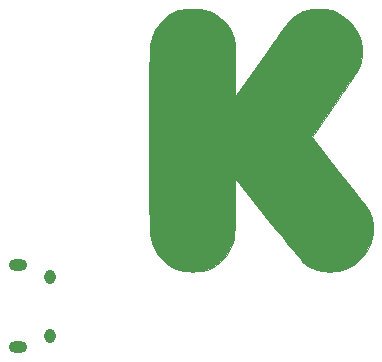
<source format=gbr>
G04 #@! TF.FileFunction,Soldermask,Top*
%FSLAX46Y46*%
G04 Gerber Fmt 4.6, Leading zero omitted, Abs format (unit mm)*
G04 Created by KiCad (PCBNEW 4.0.4-stable) date 01/29/17 20:31:17*
%MOMM*%
%LPD*%
G01*
G04 APERTURE LIST*
%ADD10C,0.100000*%
%ADD11C,0.010000*%
%ADD12O,0.950000X1.250000*%
%ADD13O,1.550000X1.000000*%
G04 APERTURE END LIST*
D10*
D11*
G36*
X117632196Y-111345241D02*
X117942105Y-111385593D01*
X117994003Y-111396297D01*
X118495524Y-111554753D01*
X118979533Y-111796668D01*
X119431400Y-112109178D01*
X119836497Y-112479425D01*
X120180193Y-112894545D01*
X120447860Y-113341679D01*
X120584417Y-113673594D01*
X120609024Y-113752296D01*
X120629706Y-113834339D01*
X120646937Y-113929414D01*
X120661195Y-114047210D01*
X120672956Y-114197417D01*
X120682696Y-114389723D01*
X120690891Y-114633820D01*
X120698018Y-114939395D01*
X120704554Y-115316139D01*
X120710974Y-115773742D01*
X120717754Y-116321892D01*
X120718761Y-116406536D01*
X120747400Y-118822072D01*
X122830200Y-115799480D01*
X123215141Y-115242637D01*
X123581084Y-114716785D01*
X123923434Y-114228354D01*
X124237595Y-113783773D01*
X124518973Y-113389471D01*
X124762974Y-113051878D01*
X124965002Y-112777422D01*
X125120462Y-112572533D01*
X125224762Y-112443640D01*
X125243200Y-112423083D01*
X125632549Y-112060302D01*
X126060101Y-111758864D01*
X126501715Y-111534836D01*
X126671914Y-111472123D01*
X126834264Y-111422791D01*
X126984962Y-111388576D01*
X127148671Y-111366813D01*
X127350057Y-111354840D01*
X127613785Y-111349994D01*
X127808600Y-111349400D01*
X128120561Y-111351290D01*
X128355099Y-111358686D01*
X128536350Y-111374172D01*
X128688448Y-111400332D01*
X128835529Y-111439752D01*
X128926200Y-111469086D01*
X129461327Y-111700466D01*
X129962829Y-112017546D01*
X130415196Y-112406827D01*
X130802919Y-112854809D01*
X131110489Y-113347994D01*
X131130501Y-113387654D01*
X131291559Y-113766524D01*
X131395054Y-114150321D01*
X131448152Y-114572139D01*
X131459164Y-114905400D01*
X131441882Y-115361169D01*
X131381371Y-115754989D01*
X131270380Y-116119925D01*
X131119390Y-116454800D01*
X131061093Y-116554221D01*
X130950317Y-116729007D01*
X130792494Y-116971047D01*
X130593058Y-117272225D01*
X130357441Y-117624429D01*
X130091076Y-118019545D01*
X129799397Y-118449461D01*
X129487835Y-118906063D01*
X129161825Y-119381238D01*
X129085670Y-119491866D01*
X127221128Y-122198732D01*
X129473674Y-125054466D01*
X129850285Y-125532483D01*
X130212436Y-125993222D01*
X130554563Y-126429536D01*
X130871099Y-126834278D01*
X131156480Y-127200301D01*
X131405139Y-127520457D01*
X131611512Y-127787598D01*
X131770033Y-127994579D01*
X131875137Y-128134250D01*
X131914933Y-128189600D01*
X132025350Y-128380242D01*
X132138752Y-128619630D01*
X132231889Y-128858353D01*
X132237590Y-128875400D01*
X132298656Y-129076229D01*
X132338295Y-129256350D01*
X132360934Y-129448998D01*
X132370998Y-129687404D01*
X132372916Y-129891400D01*
X132361526Y-130310090D01*
X132319935Y-130664995D01*
X132240153Y-130991474D01*
X132114190Y-131324885D01*
X131988371Y-131593200D01*
X131873912Y-131806835D01*
X131750982Y-131995115D01*
X131599528Y-132184457D01*
X131399491Y-132401276D01*
X131289731Y-132513385D01*
X131064762Y-132734424D01*
X130880742Y-132897946D01*
X130712233Y-133023342D01*
X130533793Y-133130002D01*
X130374000Y-133211380D01*
X130035218Y-133363658D01*
X129731536Y-133468424D01*
X129428410Y-133533266D01*
X129091301Y-133565772D01*
X128725026Y-133573649D01*
X128159774Y-133545325D01*
X127667323Y-133458979D01*
X127234243Y-133310314D01*
X126847104Y-133095036D01*
X126578636Y-132887118D01*
X126508602Y-132814028D01*
X126380426Y-132667589D01*
X126199186Y-132453989D01*
X125969960Y-132179416D01*
X125697826Y-131850057D01*
X125387861Y-131472098D01*
X125045142Y-131051727D01*
X124674748Y-130595132D01*
X124281756Y-130108500D01*
X123871244Y-129598018D01*
X123534518Y-129177728D01*
X120747400Y-125693154D01*
X120716825Y-128071677D01*
X120708932Y-128658791D01*
X120700970Y-129154880D01*
X120691987Y-129570518D01*
X120681029Y-129916276D01*
X120667142Y-130202726D01*
X120649372Y-130440439D01*
X120626767Y-130639989D01*
X120598371Y-130811948D01*
X120563232Y-130966886D01*
X120520395Y-131115377D01*
X120468908Y-131267992D01*
X120415205Y-131415400D01*
X120225379Y-131816685D01*
X119958314Y-132221052D01*
X119633461Y-132600376D01*
X119515191Y-132716867D01*
X119135609Y-133030944D01*
X118739710Y-133267257D01*
X118311028Y-133431661D01*
X117833098Y-133530013D01*
X117289454Y-133568169D01*
X117119773Y-133568834D01*
X116853671Y-133563423D01*
X116605254Y-133552841D01*
X116402737Y-133538629D01*
X116276487Y-133522763D01*
X115729286Y-133363746D01*
X115225777Y-133116177D01*
X114772916Y-132786232D01*
X114377662Y-132380087D01*
X114046970Y-131903917D01*
X113787800Y-131363897D01*
X113759448Y-131288572D01*
X113719950Y-131180487D01*
X113684063Y-131079488D01*
X113651615Y-130980464D01*
X113622433Y-130878302D01*
X113596342Y-130767888D01*
X113573169Y-130644110D01*
X113552742Y-130501854D01*
X113534887Y-130336007D01*
X113519430Y-130141457D01*
X113506199Y-129913091D01*
X113495020Y-129645795D01*
X113485719Y-129334456D01*
X113478123Y-128973962D01*
X113472060Y-128559199D01*
X113467355Y-128085054D01*
X113463836Y-127546415D01*
X113461329Y-126938168D01*
X113459660Y-126255200D01*
X113458658Y-125492399D01*
X113458147Y-124644651D01*
X113457955Y-123706843D01*
X113457908Y-122673863D01*
X113457899Y-122392354D01*
X113457844Y-121342682D01*
X113457876Y-120389473D01*
X113458158Y-119527588D01*
X113458851Y-118751889D01*
X113460119Y-118057238D01*
X113462123Y-117438498D01*
X113465026Y-116890530D01*
X113468991Y-116408197D01*
X113474181Y-115986360D01*
X113480757Y-115619882D01*
X113488882Y-115303624D01*
X113498718Y-115032450D01*
X113510429Y-114801220D01*
X113524177Y-114604797D01*
X113540123Y-114438044D01*
X113558431Y-114295821D01*
X113579263Y-114172992D01*
X113602781Y-114064418D01*
X113629148Y-113964961D01*
X113658527Y-113869484D01*
X113691080Y-113772848D01*
X113726969Y-113669916D01*
X113734408Y-113648563D01*
X113963460Y-113131564D01*
X114271133Y-112656867D01*
X114645448Y-112236557D01*
X115074425Y-111882720D01*
X115546087Y-111607441D01*
X115896000Y-111467709D01*
X116165876Y-111403466D01*
X116505109Y-111358053D01*
X116883024Y-111332515D01*
X117268944Y-111327896D01*
X117632196Y-111345241D01*
X117632196Y-111345241D01*
G37*
X117632196Y-111345241D02*
X117942105Y-111385593D01*
X117994003Y-111396297D01*
X118495524Y-111554753D01*
X118979533Y-111796668D01*
X119431400Y-112109178D01*
X119836497Y-112479425D01*
X120180193Y-112894545D01*
X120447860Y-113341679D01*
X120584417Y-113673594D01*
X120609024Y-113752296D01*
X120629706Y-113834339D01*
X120646937Y-113929414D01*
X120661195Y-114047210D01*
X120672956Y-114197417D01*
X120682696Y-114389723D01*
X120690891Y-114633820D01*
X120698018Y-114939395D01*
X120704554Y-115316139D01*
X120710974Y-115773742D01*
X120717754Y-116321892D01*
X120718761Y-116406536D01*
X120747400Y-118822072D01*
X122830200Y-115799480D01*
X123215141Y-115242637D01*
X123581084Y-114716785D01*
X123923434Y-114228354D01*
X124237595Y-113783773D01*
X124518973Y-113389471D01*
X124762974Y-113051878D01*
X124965002Y-112777422D01*
X125120462Y-112572533D01*
X125224762Y-112443640D01*
X125243200Y-112423083D01*
X125632549Y-112060302D01*
X126060101Y-111758864D01*
X126501715Y-111534836D01*
X126671914Y-111472123D01*
X126834264Y-111422791D01*
X126984962Y-111388576D01*
X127148671Y-111366813D01*
X127350057Y-111354840D01*
X127613785Y-111349994D01*
X127808600Y-111349400D01*
X128120561Y-111351290D01*
X128355099Y-111358686D01*
X128536350Y-111374172D01*
X128688448Y-111400332D01*
X128835529Y-111439752D01*
X128926200Y-111469086D01*
X129461327Y-111700466D01*
X129962829Y-112017546D01*
X130415196Y-112406827D01*
X130802919Y-112854809D01*
X131110489Y-113347994D01*
X131130501Y-113387654D01*
X131291559Y-113766524D01*
X131395054Y-114150321D01*
X131448152Y-114572139D01*
X131459164Y-114905400D01*
X131441882Y-115361169D01*
X131381371Y-115754989D01*
X131270380Y-116119925D01*
X131119390Y-116454800D01*
X131061093Y-116554221D01*
X130950317Y-116729007D01*
X130792494Y-116971047D01*
X130593058Y-117272225D01*
X130357441Y-117624429D01*
X130091076Y-118019545D01*
X129799397Y-118449461D01*
X129487835Y-118906063D01*
X129161825Y-119381238D01*
X129085670Y-119491866D01*
X127221128Y-122198732D01*
X129473674Y-125054466D01*
X129850285Y-125532483D01*
X130212436Y-125993222D01*
X130554563Y-126429536D01*
X130871099Y-126834278D01*
X131156480Y-127200301D01*
X131405139Y-127520457D01*
X131611512Y-127787598D01*
X131770033Y-127994579D01*
X131875137Y-128134250D01*
X131914933Y-128189600D01*
X132025350Y-128380242D01*
X132138752Y-128619630D01*
X132231889Y-128858353D01*
X132237590Y-128875400D01*
X132298656Y-129076229D01*
X132338295Y-129256350D01*
X132360934Y-129448998D01*
X132370998Y-129687404D01*
X132372916Y-129891400D01*
X132361526Y-130310090D01*
X132319935Y-130664995D01*
X132240153Y-130991474D01*
X132114190Y-131324885D01*
X131988371Y-131593200D01*
X131873912Y-131806835D01*
X131750982Y-131995115D01*
X131599528Y-132184457D01*
X131399491Y-132401276D01*
X131289731Y-132513385D01*
X131064762Y-132734424D01*
X130880742Y-132897946D01*
X130712233Y-133023342D01*
X130533793Y-133130002D01*
X130374000Y-133211380D01*
X130035218Y-133363658D01*
X129731536Y-133468424D01*
X129428410Y-133533266D01*
X129091301Y-133565772D01*
X128725026Y-133573649D01*
X128159774Y-133545325D01*
X127667323Y-133458979D01*
X127234243Y-133310314D01*
X126847104Y-133095036D01*
X126578636Y-132887118D01*
X126508602Y-132814028D01*
X126380426Y-132667589D01*
X126199186Y-132453989D01*
X125969960Y-132179416D01*
X125697826Y-131850057D01*
X125387861Y-131472098D01*
X125045142Y-131051727D01*
X124674748Y-130595132D01*
X124281756Y-130108500D01*
X123871244Y-129598018D01*
X123534518Y-129177728D01*
X120747400Y-125693154D01*
X120716825Y-128071677D01*
X120708932Y-128658791D01*
X120700970Y-129154880D01*
X120691987Y-129570518D01*
X120681029Y-129916276D01*
X120667142Y-130202726D01*
X120649372Y-130440439D01*
X120626767Y-130639989D01*
X120598371Y-130811948D01*
X120563232Y-130966886D01*
X120520395Y-131115377D01*
X120468908Y-131267992D01*
X120415205Y-131415400D01*
X120225379Y-131816685D01*
X119958314Y-132221052D01*
X119633461Y-132600376D01*
X119515191Y-132716867D01*
X119135609Y-133030944D01*
X118739710Y-133267257D01*
X118311028Y-133431661D01*
X117833098Y-133530013D01*
X117289454Y-133568169D01*
X117119773Y-133568834D01*
X116853671Y-133563423D01*
X116605254Y-133552841D01*
X116402737Y-133538629D01*
X116276487Y-133522763D01*
X115729286Y-133363746D01*
X115225777Y-133116177D01*
X114772916Y-132786232D01*
X114377662Y-132380087D01*
X114046970Y-131903917D01*
X113787800Y-131363897D01*
X113759448Y-131288572D01*
X113719950Y-131180487D01*
X113684063Y-131079488D01*
X113651615Y-130980464D01*
X113622433Y-130878302D01*
X113596342Y-130767888D01*
X113573169Y-130644110D01*
X113552742Y-130501854D01*
X113534887Y-130336007D01*
X113519430Y-130141457D01*
X113506199Y-129913091D01*
X113495020Y-129645795D01*
X113485719Y-129334456D01*
X113478123Y-128973962D01*
X113472060Y-128559199D01*
X113467355Y-128085054D01*
X113463836Y-127546415D01*
X113461329Y-126938168D01*
X113459660Y-126255200D01*
X113458658Y-125492399D01*
X113458147Y-124644651D01*
X113457955Y-123706843D01*
X113457908Y-122673863D01*
X113457899Y-122392354D01*
X113457844Y-121342682D01*
X113457876Y-120389473D01*
X113458158Y-119527588D01*
X113458851Y-118751889D01*
X113460119Y-118057238D01*
X113462123Y-117438498D01*
X113465026Y-116890530D01*
X113468991Y-116408197D01*
X113474181Y-115986360D01*
X113480757Y-115619882D01*
X113488882Y-115303624D01*
X113498718Y-115032450D01*
X113510429Y-114801220D01*
X113524177Y-114604797D01*
X113540123Y-114438044D01*
X113558431Y-114295821D01*
X113579263Y-114172992D01*
X113602781Y-114064418D01*
X113629148Y-113964961D01*
X113658527Y-113869484D01*
X113691080Y-113772848D01*
X113726969Y-113669916D01*
X113734408Y-113648563D01*
X113963460Y-113131564D01*
X114271133Y-112656867D01*
X114645448Y-112236557D01*
X115074425Y-111882720D01*
X115546087Y-111607441D01*
X115896000Y-111467709D01*
X116165876Y-111403466D01*
X116505109Y-111358053D01*
X116883024Y-111332515D01*
X117268944Y-111327896D01*
X117632196Y-111345241D01*
D12*
X105062540Y-139000900D03*
X105062540Y-134000900D03*
D13*
X102362540Y-140000900D03*
X102362540Y-133000900D03*
M02*

</source>
